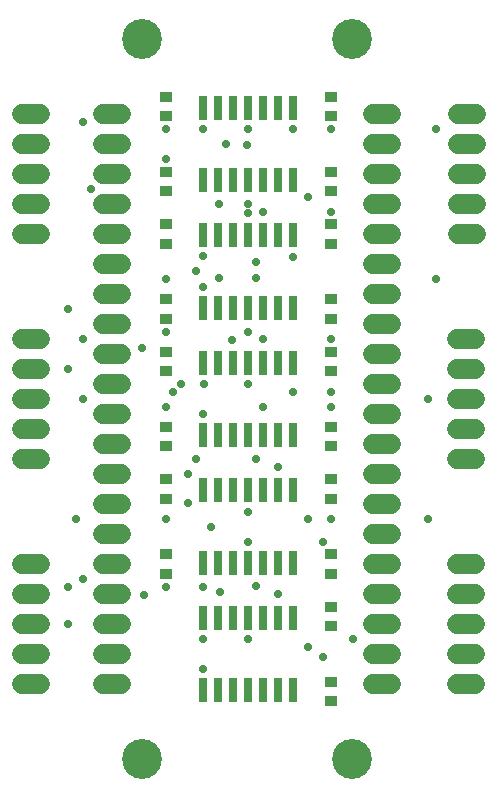
<source format=gbr>
G04 EAGLE Gerber RS-274X export*
G75*
%MOMM*%
%FSLAX34Y34*%
%LPD*%
%INSoldermask Top*%
%IPPOS*%
%AMOC8*
5,1,8,0,0,1.08239X$1,22.5*%
G01*
G04 Define Apertures*
%ADD10C,3.378200*%
%ADD11R,0.787400X2.159000*%
%ADD12C,1.651000*%
%ADD13R,1.100900X0.925700*%
%ADD14C,0.731000*%
D10*
X138430Y38100D03*
X316230Y38100D03*
X138430Y647700D03*
X316230Y647700D03*
D11*
X190500Y528066D03*
X190500Y589534D03*
X203200Y528066D03*
X215900Y528066D03*
X203200Y589534D03*
X215900Y589534D03*
X228600Y528066D03*
X228600Y589534D03*
X241300Y528066D03*
X254000Y528066D03*
X241300Y589534D03*
X254000Y589534D03*
X266700Y528066D03*
X266700Y589534D03*
X190500Y420116D03*
X190500Y481584D03*
X203200Y420116D03*
X215900Y420116D03*
X203200Y481584D03*
X215900Y481584D03*
X228600Y420116D03*
X228600Y481584D03*
X241300Y420116D03*
X254000Y420116D03*
X241300Y481584D03*
X254000Y481584D03*
X266700Y420116D03*
X266700Y481584D03*
X190500Y312166D03*
X190500Y373634D03*
X203200Y312166D03*
X215900Y312166D03*
X203200Y373634D03*
X215900Y373634D03*
X228600Y312166D03*
X228600Y373634D03*
X241300Y312166D03*
X254000Y312166D03*
X241300Y373634D03*
X254000Y373634D03*
X266700Y312166D03*
X266700Y373634D03*
X190500Y204216D03*
X190500Y265684D03*
X203200Y204216D03*
X215900Y204216D03*
X203200Y265684D03*
X215900Y265684D03*
X228600Y204216D03*
X228600Y265684D03*
X241300Y204216D03*
X254000Y204216D03*
X241300Y265684D03*
X254000Y265684D03*
X266700Y204216D03*
X266700Y265684D03*
X190500Y96266D03*
X190500Y157734D03*
X203200Y96266D03*
X215900Y96266D03*
X203200Y157734D03*
X215900Y157734D03*
X228600Y96266D03*
X228600Y157734D03*
X241300Y96266D03*
X254000Y96266D03*
X241300Y157734D03*
X254000Y157734D03*
X266700Y96266D03*
X266700Y157734D03*
D12*
X120650Y584200D02*
X105410Y584200D01*
X105410Y558800D02*
X120650Y558800D01*
X120650Y533400D02*
X105410Y533400D01*
X105410Y508000D02*
X120650Y508000D01*
X120650Y482600D02*
X105410Y482600D01*
X105410Y457200D02*
X120650Y457200D01*
X120650Y431800D02*
X105410Y431800D01*
X105410Y406400D02*
X120650Y406400D01*
X120650Y381000D02*
X105410Y381000D01*
X105410Y355600D02*
X120650Y355600D01*
X120650Y330200D02*
X105410Y330200D01*
X105410Y304800D02*
X120650Y304800D01*
X120650Y279400D02*
X105410Y279400D01*
X105410Y254000D02*
X120650Y254000D01*
X120650Y228600D02*
X105410Y228600D01*
X105410Y203200D02*
X120650Y203200D01*
X120650Y177800D02*
X105410Y177800D01*
X105410Y152400D02*
X120650Y152400D01*
X120650Y127000D02*
X105410Y127000D01*
X105410Y101600D02*
X120650Y101600D01*
X334010Y584200D02*
X349250Y584200D01*
X349250Y558800D02*
X334010Y558800D01*
X334010Y533400D02*
X349250Y533400D01*
X349250Y508000D02*
X334010Y508000D01*
X334010Y482600D02*
X349250Y482600D01*
X349250Y457200D02*
X334010Y457200D01*
X334010Y431800D02*
X349250Y431800D01*
X349250Y406400D02*
X334010Y406400D01*
X334010Y381000D02*
X349250Y381000D01*
X349250Y355600D02*
X334010Y355600D01*
X334010Y330200D02*
X349250Y330200D01*
X349250Y304800D02*
X334010Y304800D01*
X334010Y279400D02*
X349250Y279400D01*
X349250Y254000D02*
X334010Y254000D01*
X334010Y228600D02*
X349250Y228600D01*
X349250Y203200D02*
X334010Y203200D01*
X334010Y177800D02*
X349250Y177800D01*
X349250Y152400D02*
X334010Y152400D01*
X334010Y127000D02*
X349250Y127000D01*
X349250Y101600D02*
X334010Y101600D01*
X52070Y482600D02*
X36830Y482600D01*
X36830Y508000D02*
X52070Y508000D01*
X52070Y533400D02*
X36830Y533400D01*
X36830Y558800D02*
X52070Y558800D01*
X52070Y584200D02*
X36830Y584200D01*
X406200Y584200D02*
X421440Y584200D01*
X421440Y558800D02*
X406200Y558800D01*
X406200Y533400D02*
X421440Y533400D01*
X421440Y508000D02*
X406200Y508000D01*
X406200Y482600D02*
X421440Y482600D01*
X52070Y292100D02*
X36830Y292100D01*
X36830Y317500D02*
X52070Y317500D01*
X52070Y342900D02*
X36830Y342900D01*
X36830Y368300D02*
X52070Y368300D01*
X52070Y393700D02*
X36830Y393700D01*
X405130Y393700D02*
X420370Y393700D01*
X420370Y368300D02*
X405130Y368300D01*
X405130Y342900D02*
X420370Y342900D01*
X420370Y317500D02*
X405130Y317500D01*
X405130Y292100D02*
X420370Y292100D01*
X52070Y101600D02*
X36830Y101600D01*
X36830Y127000D02*
X52070Y127000D01*
X52070Y152400D02*
X36830Y152400D01*
X36830Y177800D02*
X52070Y177800D01*
X52070Y203200D02*
X36830Y203200D01*
X405130Y203200D02*
X420370Y203200D01*
X420370Y177800D02*
X405130Y177800D01*
X405130Y152400D02*
X420370Y152400D01*
X420370Y127000D02*
X405130Y127000D01*
X405130Y101600D02*
X420370Y101600D01*
D13*
X158750Y518898D03*
X158750Y535202D03*
X298450Y427252D03*
X298450Y410948D03*
X298450Y302998D03*
X298450Y319302D03*
X298450Y382802D03*
X298450Y366498D03*
X158750Y211352D03*
X158750Y195048D03*
X158750Y274852D03*
X158750Y258548D03*
X298450Y195048D03*
X298450Y211352D03*
X298450Y274852D03*
X298450Y258548D03*
X298450Y166902D03*
X298450Y150598D03*
X298450Y87098D03*
X298450Y103402D03*
X158750Y598702D03*
X158750Y582398D03*
X298450Y535202D03*
X298450Y518898D03*
X298450Y598702D03*
X298450Y582398D03*
X158750Y490752D03*
X158750Y474448D03*
X298450Y474448D03*
X298450Y490752D03*
X158750Y427252D03*
X158750Y410948D03*
X158750Y366498D03*
X158750Y382802D03*
X158750Y302998D03*
X158750Y319302D03*
D14*
X190500Y571500D03*
X190500Y139700D03*
X190980Y355600D03*
X177800Y254480D03*
X190394Y464404D03*
X203680Y508000D03*
X196850Y234470D03*
X210030Y558800D03*
X204526Y179126D03*
X140180Y177320D03*
X204160Y444980D03*
X234950Y444980D03*
X227866Y557840D03*
X234950Y184418D03*
X254000Y177800D03*
X241300Y501170D03*
X215166Y393220D03*
X234950Y458640D03*
X241300Y393700D03*
X171450Y355600D03*
X184150Y292100D03*
X234950Y292100D03*
X177800Y279400D03*
X253520Y285750D03*
X165100Y348770D03*
X158750Y546100D03*
X158750Y571500D03*
X228600Y571500D03*
X228600Y508000D03*
X279400Y514350D03*
X95250Y520700D03*
X88900Y577850D03*
X266700Y571500D03*
X298450Y571500D03*
X387350Y571500D03*
X158750Y444500D03*
X190500Y438150D03*
X387350Y444500D03*
X298450Y501650D03*
X228600Y500436D03*
X228826Y400050D03*
X76200Y368300D03*
X76200Y419100D03*
X158750Y400050D03*
X138463Y386113D03*
X266926Y463550D03*
X184150Y451330D03*
X190500Y330200D03*
X158750Y336550D03*
X88900Y342900D03*
X88900Y393700D03*
X228600Y355600D03*
X298450Y393700D03*
X241300Y336550D03*
X298450Y336550D03*
X266700Y349250D03*
X298450Y349250D03*
X381000Y342900D03*
X190500Y184150D03*
X88900Y190500D03*
X76200Y152400D03*
X158750Y184150D03*
X228600Y247650D03*
X158750Y241300D03*
X82550Y241300D03*
X76200Y184150D03*
X228600Y222250D03*
X292100Y222250D03*
X279400Y241300D03*
X298450Y241300D03*
X381000Y241300D03*
X190500Y114300D03*
X317500Y139700D03*
X292100Y124234D03*
X228600Y139700D03*
X279400Y133350D03*
M02*

</source>
